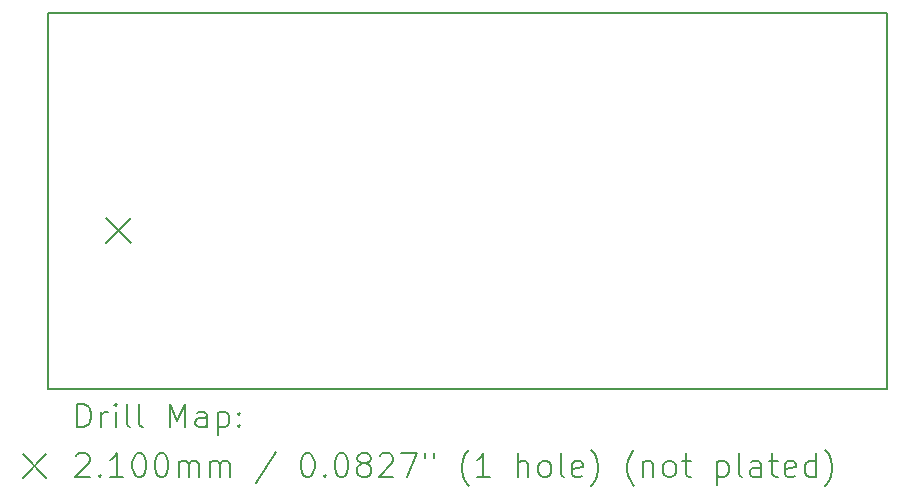
<source format=gbr>
%TF.GenerationSoftware,KiCad,Pcbnew,8.0.4*%
%TF.CreationDate,2024-08-20T08:37:01-04:00*%
%TF.ProjectId,proj2,70726f6a-322e-46b6-9963-61645f706362,rev?*%
%TF.SameCoordinates,Original*%
%TF.FileFunction,Drillmap*%
%TF.FilePolarity,Positive*%
%FSLAX45Y45*%
G04 Gerber Fmt 4.5, Leading zero omitted, Abs format (unit mm)*
G04 Created by KiCad (PCBNEW 8.0.4) date 2024-08-20 08:37:01*
%MOMM*%
%LPD*%
G01*
G04 APERTURE LIST*
%ADD10C,0.200000*%
%ADD11C,0.210000*%
G04 APERTURE END LIST*
D10*
X12005000Y-8472500D02*
X19109000Y-8472500D01*
X19109000Y-11661500D01*
X12005000Y-11661500D01*
X12005000Y-8472500D01*
D11*
X12497000Y-10210500D02*
X12707000Y-10420500D01*
X12707000Y-10210500D02*
X12497000Y-10420500D01*
D10*
X12255777Y-11982984D02*
X12255777Y-11782984D01*
X12255777Y-11782984D02*
X12303396Y-11782984D01*
X12303396Y-11782984D02*
X12331967Y-11792508D01*
X12331967Y-11792508D02*
X12351015Y-11811555D01*
X12351015Y-11811555D02*
X12360539Y-11830603D01*
X12360539Y-11830603D02*
X12370062Y-11868698D01*
X12370062Y-11868698D02*
X12370062Y-11897269D01*
X12370062Y-11897269D02*
X12360539Y-11935365D01*
X12360539Y-11935365D02*
X12351015Y-11954412D01*
X12351015Y-11954412D02*
X12331967Y-11973460D01*
X12331967Y-11973460D02*
X12303396Y-11982984D01*
X12303396Y-11982984D02*
X12255777Y-11982984D01*
X12455777Y-11982984D02*
X12455777Y-11849650D01*
X12455777Y-11887746D02*
X12465301Y-11868698D01*
X12465301Y-11868698D02*
X12474824Y-11859174D01*
X12474824Y-11859174D02*
X12493872Y-11849650D01*
X12493872Y-11849650D02*
X12512920Y-11849650D01*
X12579586Y-11982984D02*
X12579586Y-11849650D01*
X12579586Y-11782984D02*
X12570062Y-11792508D01*
X12570062Y-11792508D02*
X12579586Y-11802031D01*
X12579586Y-11802031D02*
X12589110Y-11792508D01*
X12589110Y-11792508D02*
X12579586Y-11782984D01*
X12579586Y-11782984D02*
X12579586Y-11802031D01*
X12703396Y-11982984D02*
X12684348Y-11973460D01*
X12684348Y-11973460D02*
X12674824Y-11954412D01*
X12674824Y-11954412D02*
X12674824Y-11782984D01*
X12808158Y-11982984D02*
X12789110Y-11973460D01*
X12789110Y-11973460D02*
X12779586Y-11954412D01*
X12779586Y-11954412D02*
X12779586Y-11782984D01*
X13036729Y-11982984D02*
X13036729Y-11782984D01*
X13036729Y-11782984D02*
X13103396Y-11925841D01*
X13103396Y-11925841D02*
X13170062Y-11782984D01*
X13170062Y-11782984D02*
X13170062Y-11982984D01*
X13351015Y-11982984D02*
X13351015Y-11878222D01*
X13351015Y-11878222D02*
X13341491Y-11859174D01*
X13341491Y-11859174D02*
X13322443Y-11849650D01*
X13322443Y-11849650D02*
X13284348Y-11849650D01*
X13284348Y-11849650D02*
X13265301Y-11859174D01*
X13351015Y-11973460D02*
X13331967Y-11982984D01*
X13331967Y-11982984D02*
X13284348Y-11982984D01*
X13284348Y-11982984D02*
X13265301Y-11973460D01*
X13265301Y-11973460D02*
X13255777Y-11954412D01*
X13255777Y-11954412D02*
X13255777Y-11935365D01*
X13255777Y-11935365D02*
X13265301Y-11916317D01*
X13265301Y-11916317D02*
X13284348Y-11906793D01*
X13284348Y-11906793D02*
X13331967Y-11906793D01*
X13331967Y-11906793D02*
X13351015Y-11897269D01*
X13446253Y-11849650D02*
X13446253Y-12049650D01*
X13446253Y-11859174D02*
X13465301Y-11849650D01*
X13465301Y-11849650D02*
X13503396Y-11849650D01*
X13503396Y-11849650D02*
X13522443Y-11859174D01*
X13522443Y-11859174D02*
X13531967Y-11868698D01*
X13531967Y-11868698D02*
X13541491Y-11887746D01*
X13541491Y-11887746D02*
X13541491Y-11944888D01*
X13541491Y-11944888D02*
X13531967Y-11963936D01*
X13531967Y-11963936D02*
X13522443Y-11973460D01*
X13522443Y-11973460D02*
X13503396Y-11982984D01*
X13503396Y-11982984D02*
X13465301Y-11982984D01*
X13465301Y-11982984D02*
X13446253Y-11973460D01*
X13627205Y-11963936D02*
X13636729Y-11973460D01*
X13636729Y-11973460D02*
X13627205Y-11982984D01*
X13627205Y-11982984D02*
X13617682Y-11973460D01*
X13617682Y-11973460D02*
X13627205Y-11963936D01*
X13627205Y-11963936D02*
X13627205Y-11982984D01*
X13627205Y-11859174D02*
X13636729Y-11868698D01*
X13636729Y-11868698D02*
X13627205Y-11878222D01*
X13627205Y-11878222D02*
X13617682Y-11868698D01*
X13617682Y-11868698D02*
X13627205Y-11859174D01*
X13627205Y-11859174D02*
X13627205Y-11878222D01*
X11795000Y-12211500D02*
X11995000Y-12411500D01*
X11995000Y-12211500D02*
X11795000Y-12411500D01*
X12246253Y-12222031D02*
X12255777Y-12212508D01*
X12255777Y-12212508D02*
X12274824Y-12202984D01*
X12274824Y-12202984D02*
X12322443Y-12202984D01*
X12322443Y-12202984D02*
X12341491Y-12212508D01*
X12341491Y-12212508D02*
X12351015Y-12222031D01*
X12351015Y-12222031D02*
X12360539Y-12241079D01*
X12360539Y-12241079D02*
X12360539Y-12260127D01*
X12360539Y-12260127D02*
X12351015Y-12288698D01*
X12351015Y-12288698D02*
X12236729Y-12402984D01*
X12236729Y-12402984D02*
X12360539Y-12402984D01*
X12446253Y-12383936D02*
X12455777Y-12393460D01*
X12455777Y-12393460D02*
X12446253Y-12402984D01*
X12446253Y-12402984D02*
X12436729Y-12393460D01*
X12436729Y-12393460D02*
X12446253Y-12383936D01*
X12446253Y-12383936D02*
X12446253Y-12402984D01*
X12646253Y-12402984D02*
X12531967Y-12402984D01*
X12589110Y-12402984D02*
X12589110Y-12202984D01*
X12589110Y-12202984D02*
X12570062Y-12231555D01*
X12570062Y-12231555D02*
X12551015Y-12250603D01*
X12551015Y-12250603D02*
X12531967Y-12260127D01*
X12770062Y-12202984D02*
X12789110Y-12202984D01*
X12789110Y-12202984D02*
X12808158Y-12212508D01*
X12808158Y-12212508D02*
X12817682Y-12222031D01*
X12817682Y-12222031D02*
X12827205Y-12241079D01*
X12827205Y-12241079D02*
X12836729Y-12279174D01*
X12836729Y-12279174D02*
X12836729Y-12326793D01*
X12836729Y-12326793D02*
X12827205Y-12364888D01*
X12827205Y-12364888D02*
X12817682Y-12383936D01*
X12817682Y-12383936D02*
X12808158Y-12393460D01*
X12808158Y-12393460D02*
X12789110Y-12402984D01*
X12789110Y-12402984D02*
X12770062Y-12402984D01*
X12770062Y-12402984D02*
X12751015Y-12393460D01*
X12751015Y-12393460D02*
X12741491Y-12383936D01*
X12741491Y-12383936D02*
X12731967Y-12364888D01*
X12731967Y-12364888D02*
X12722443Y-12326793D01*
X12722443Y-12326793D02*
X12722443Y-12279174D01*
X12722443Y-12279174D02*
X12731967Y-12241079D01*
X12731967Y-12241079D02*
X12741491Y-12222031D01*
X12741491Y-12222031D02*
X12751015Y-12212508D01*
X12751015Y-12212508D02*
X12770062Y-12202984D01*
X12960539Y-12202984D02*
X12979586Y-12202984D01*
X12979586Y-12202984D02*
X12998634Y-12212508D01*
X12998634Y-12212508D02*
X13008158Y-12222031D01*
X13008158Y-12222031D02*
X13017682Y-12241079D01*
X13017682Y-12241079D02*
X13027205Y-12279174D01*
X13027205Y-12279174D02*
X13027205Y-12326793D01*
X13027205Y-12326793D02*
X13017682Y-12364888D01*
X13017682Y-12364888D02*
X13008158Y-12383936D01*
X13008158Y-12383936D02*
X12998634Y-12393460D01*
X12998634Y-12393460D02*
X12979586Y-12402984D01*
X12979586Y-12402984D02*
X12960539Y-12402984D01*
X12960539Y-12402984D02*
X12941491Y-12393460D01*
X12941491Y-12393460D02*
X12931967Y-12383936D01*
X12931967Y-12383936D02*
X12922443Y-12364888D01*
X12922443Y-12364888D02*
X12912920Y-12326793D01*
X12912920Y-12326793D02*
X12912920Y-12279174D01*
X12912920Y-12279174D02*
X12922443Y-12241079D01*
X12922443Y-12241079D02*
X12931967Y-12222031D01*
X12931967Y-12222031D02*
X12941491Y-12212508D01*
X12941491Y-12212508D02*
X12960539Y-12202984D01*
X13112920Y-12402984D02*
X13112920Y-12269650D01*
X13112920Y-12288698D02*
X13122443Y-12279174D01*
X13122443Y-12279174D02*
X13141491Y-12269650D01*
X13141491Y-12269650D02*
X13170063Y-12269650D01*
X13170063Y-12269650D02*
X13189110Y-12279174D01*
X13189110Y-12279174D02*
X13198634Y-12298222D01*
X13198634Y-12298222D02*
X13198634Y-12402984D01*
X13198634Y-12298222D02*
X13208158Y-12279174D01*
X13208158Y-12279174D02*
X13227205Y-12269650D01*
X13227205Y-12269650D02*
X13255777Y-12269650D01*
X13255777Y-12269650D02*
X13274824Y-12279174D01*
X13274824Y-12279174D02*
X13284348Y-12298222D01*
X13284348Y-12298222D02*
X13284348Y-12402984D01*
X13379586Y-12402984D02*
X13379586Y-12269650D01*
X13379586Y-12288698D02*
X13389110Y-12279174D01*
X13389110Y-12279174D02*
X13408158Y-12269650D01*
X13408158Y-12269650D02*
X13436729Y-12269650D01*
X13436729Y-12269650D02*
X13455777Y-12279174D01*
X13455777Y-12279174D02*
X13465301Y-12298222D01*
X13465301Y-12298222D02*
X13465301Y-12402984D01*
X13465301Y-12298222D02*
X13474824Y-12279174D01*
X13474824Y-12279174D02*
X13493872Y-12269650D01*
X13493872Y-12269650D02*
X13522443Y-12269650D01*
X13522443Y-12269650D02*
X13541491Y-12279174D01*
X13541491Y-12279174D02*
X13551015Y-12298222D01*
X13551015Y-12298222D02*
X13551015Y-12402984D01*
X13941491Y-12193460D02*
X13770063Y-12450603D01*
X14198634Y-12202984D02*
X14217682Y-12202984D01*
X14217682Y-12202984D02*
X14236729Y-12212508D01*
X14236729Y-12212508D02*
X14246253Y-12222031D01*
X14246253Y-12222031D02*
X14255777Y-12241079D01*
X14255777Y-12241079D02*
X14265301Y-12279174D01*
X14265301Y-12279174D02*
X14265301Y-12326793D01*
X14265301Y-12326793D02*
X14255777Y-12364888D01*
X14255777Y-12364888D02*
X14246253Y-12383936D01*
X14246253Y-12383936D02*
X14236729Y-12393460D01*
X14236729Y-12393460D02*
X14217682Y-12402984D01*
X14217682Y-12402984D02*
X14198634Y-12402984D01*
X14198634Y-12402984D02*
X14179586Y-12393460D01*
X14179586Y-12393460D02*
X14170063Y-12383936D01*
X14170063Y-12383936D02*
X14160539Y-12364888D01*
X14160539Y-12364888D02*
X14151015Y-12326793D01*
X14151015Y-12326793D02*
X14151015Y-12279174D01*
X14151015Y-12279174D02*
X14160539Y-12241079D01*
X14160539Y-12241079D02*
X14170063Y-12222031D01*
X14170063Y-12222031D02*
X14179586Y-12212508D01*
X14179586Y-12212508D02*
X14198634Y-12202984D01*
X14351015Y-12383936D02*
X14360539Y-12393460D01*
X14360539Y-12393460D02*
X14351015Y-12402984D01*
X14351015Y-12402984D02*
X14341491Y-12393460D01*
X14341491Y-12393460D02*
X14351015Y-12383936D01*
X14351015Y-12383936D02*
X14351015Y-12402984D01*
X14484348Y-12202984D02*
X14503396Y-12202984D01*
X14503396Y-12202984D02*
X14522444Y-12212508D01*
X14522444Y-12212508D02*
X14531967Y-12222031D01*
X14531967Y-12222031D02*
X14541491Y-12241079D01*
X14541491Y-12241079D02*
X14551015Y-12279174D01*
X14551015Y-12279174D02*
X14551015Y-12326793D01*
X14551015Y-12326793D02*
X14541491Y-12364888D01*
X14541491Y-12364888D02*
X14531967Y-12383936D01*
X14531967Y-12383936D02*
X14522444Y-12393460D01*
X14522444Y-12393460D02*
X14503396Y-12402984D01*
X14503396Y-12402984D02*
X14484348Y-12402984D01*
X14484348Y-12402984D02*
X14465301Y-12393460D01*
X14465301Y-12393460D02*
X14455777Y-12383936D01*
X14455777Y-12383936D02*
X14446253Y-12364888D01*
X14446253Y-12364888D02*
X14436729Y-12326793D01*
X14436729Y-12326793D02*
X14436729Y-12279174D01*
X14436729Y-12279174D02*
X14446253Y-12241079D01*
X14446253Y-12241079D02*
X14455777Y-12222031D01*
X14455777Y-12222031D02*
X14465301Y-12212508D01*
X14465301Y-12212508D02*
X14484348Y-12202984D01*
X14665301Y-12288698D02*
X14646253Y-12279174D01*
X14646253Y-12279174D02*
X14636729Y-12269650D01*
X14636729Y-12269650D02*
X14627206Y-12250603D01*
X14627206Y-12250603D02*
X14627206Y-12241079D01*
X14627206Y-12241079D02*
X14636729Y-12222031D01*
X14636729Y-12222031D02*
X14646253Y-12212508D01*
X14646253Y-12212508D02*
X14665301Y-12202984D01*
X14665301Y-12202984D02*
X14703396Y-12202984D01*
X14703396Y-12202984D02*
X14722444Y-12212508D01*
X14722444Y-12212508D02*
X14731967Y-12222031D01*
X14731967Y-12222031D02*
X14741491Y-12241079D01*
X14741491Y-12241079D02*
X14741491Y-12250603D01*
X14741491Y-12250603D02*
X14731967Y-12269650D01*
X14731967Y-12269650D02*
X14722444Y-12279174D01*
X14722444Y-12279174D02*
X14703396Y-12288698D01*
X14703396Y-12288698D02*
X14665301Y-12288698D01*
X14665301Y-12288698D02*
X14646253Y-12298222D01*
X14646253Y-12298222D02*
X14636729Y-12307746D01*
X14636729Y-12307746D02*
X14627206Y-12326793D01*
X14627206Y-12326793D02*
X14627206Y-12364888D01*
X14627206Y-12364888D02*
X14636729Y-12383936D01*
X14636729Y-12383936D02*
X14646253Y-12393460D01*
X14646253Y-12393460D02*
X14665301Y-12402984D01*
X14665301Y-12402984D02*
X14703396Y-12402984D01*
X14703396Y-12402984D02*
X14722444Y-12393460D01*
X14722444Y-12393460D02*
X14731967Y-12383936D01*
X14731967Y-12383936D02*
X14741491Y-12364888D01*
X14741491Y-12364888D02*
X14741491Y-12326793D01*
X14741491Y-12326793D02*
X14731967Y-12307746D01*
X14731967Y-12307746D02*
X14722444Y-12298222D01*
X14722444Y-12298222D02*
X14703396Y-12288698D01*
X14817682Y-12222031D02*
X14827206Y-12212508D01*
X14827206Y-12212508D02*
X14846253Y-12202984D01*
X14846253Y-12202984D02*
X14893872Y-12202984D01*
X14893872Y-12202984D02*
X14912920Y-12212508D01*
X14912920Y-12212508D02*
X14922444Y-12222031D01*
X14922444Y-12222031D02*
X14931967Y-12241079D01*
X14931967Y-12241079D02*
X14931967Y-12260127D01*
X14931967Y-12260127D02*
X14922444Y-12288698D01*
X14922444Y-12288698D02*
X14808158Y-12402984D01*
X14808158Y-12402984D02*
X14931967Y-12402984D01*
X14998634Y-12202984D02*
X15131967Y-12202984D01*
X15131967Y-12202984D02*
X15046253Y-12402984D01*
X15198634Y-12202984D02*
X15198634Y-12241079D01*
X15274825Y-12202984D02*
X15274825Y-12241079D01*
X15570063Y-12479174D02*
X15560539Y-12469650D01*
X15560539Y-12469650D02*
X15541491Y-12441079D01*
X15541491Y-12441079D02*
X15531968Y-12422031D01*
X15531968Y-12422031D02*
X15522444Y-12393460D01*
X15522444Y-12393460D02*
X15512920Y-12345841D01*
X15512920Y-12345841D02*
X15512920Y-12307746D01*
X15512920Y-12307746D02*
X15522444Y-12260127D01*
X15522444Y-12260127D02*
X15531968Y-12231555D01*
X15531968Y-12231555D02*
X15541491Y-12212508D01*
X15541491Y-12212508D02*
X15560539Y-12183936D01*
X15560539Y-12183936D02*
X15570063Y-12174412D01*
X15751015Y-12402984D02*
X15636729Y-12402984D01*
X15693872Y-12402984D02*
X15693872Y-12202984D01*
X15693872Y-12202984D02*
X15674825Y-12231555D01*
X15674825Y-12231555D02*
X15655777Y-12250603D01*
X15655777Y-12250603D02*
X15636729Y-12260127D01*
X15989110Y-12402984D02*
X15989110Y-12202984D01*
X16074825Y-12402984D02*
X16074825Y-12298222D01*
X16074825Y-12298222D02*
X16065301Y-12279174D01*
X16065301Y-12279174D02*
X16046253Y-12269650D01*
X16046253Y-12269650D02*
X16017682Y-12269650D01*
X16017682Y-12269650D02*
X15998634Y-12279174D01*
X15998634Y-12279174D02*
X15989110Y-12288698D01*
X16198634Y-12402984D02*
X16179587Y-12393460D01*
X16179587Y-12393460D02*
X16170063Y-12383936D01*
X16170063Y-12383936D02*
X16160539Y-12364888D01*
X16160539Y-12364888D02*
X16160539Y-12307746D01*
X16160539Y-12307746D02*
X16170063Y-12288698D01*
X16170063Y-12288698D02*
X16179587Y-12279174D01*
X16179587Y-12279174D02*
X16198634Y-12269650D01*
X16198634Y-12269650D02*
X16227206Y-12269650D01*
X16227206Y-12269650D02*
X16246253Y-12279174D01*
X16246253Y-12279174D02*
X16255777Y-12288698D01*
X16255777Y-12288698D02*
X16265301Y-12307746D01*
X16265301Y-12307746D02*
X16265301Y-12364888D01*
X16265301Y-12364888D02*
X16255777Y-12383936D01*
X16255777Y-12383936D02*
X16246253Y-12393460D01*
X16246253Y-12393460D02*
X16227206Y-12402984D01*
X16227206Y-12402984D02*
X16198634Y-12402984D01*
X16379587Y-12402984D02*
X16360539Y-12393460D01*
X16360539Y-12393460D02*
X16351015Y-12374412D01*
X16351015Y-12374412D02*
X16351015Y-12202984D01*
X16531968Y-12393460D02*
X16512920Y-12402984D01*
X16512920Y-12402984D02*
X16474825Y-12402984D01*
X16474825Y-12402984D02*
X16455777Y-12393460D01*
X16455777Y-12393460D02*
X16446253Y-12374412D01*
X16446253Y-12374412D02*
X16446253Y-12298222D01*
X16446253Y-12298222D02*
X16455777Y-12279174D01*
X16455777Y-12279174D02*
X16474825Y-12269650D01*
X16474825Y-12269650D02*
X16512920Y-12269650D01*
X16512920Y-12269650D02*
X16531968Y-12279174D01*
X16531968Y-12279174D02*
X16541491Y-12298222D01*
X16541491Y-12298222D02*
X16541491Y-12317269D01*
X16541491Y-12317269D02*
X16446253Y-12336317D01*
X16608158Y-12479174D02*
X16617682Y-12469650D01*
X16617682Y-12469650D02*
X16636730Y-12441079D01*
X16636730Y-12441079D02*
X16646253Y-12422031D01*
X16646253Y-12422031D02*
X16655777Y-12393460D01*
X16655777Y-12393460D02*
X16665301Y-12345841D01*
X16665301Y-12345841D02*
X16665301Y-12307746D01*
X16665301Y-12307746D02*
X16655777Y-12260127D01*
X16655777Y-12260127D02*
X16646253Y-12231555D01*
X16646253Y-12231555D02*
X16636730Y-12212508D01*
X16636730Y-12212508D02*
X16617682Y-12183936D01*
X16617682Y-12183936D02*
X16608158Y-12174412D01*
X16970063Y-12479174D02*
X16960539Y-12469650D01*
X16960539Y-12469650D02*
X16941492Y-12441079D01*
X16941492Y-12441079D02*
X16931968Y-12422031D01*
X16931968Y-12422031D02*
X16922444Y-12393460D01*
X16922444Y-12393460D02*
X16912920Y-12345841D01*
X16912920Y-12345841D02*
X16912920Y-12307746D01*
X16912920Y-12307746D02*
X16922444Y-12260127D01*
X16922444Y-12260127D02*
X16931968Y-12231555D01*
X16931968Y-12231555D02*
X16941492Y-12212508D01*
X16941492Y-12212508D02*
X16960539Y-12183936D01*
X16960539Y-12183936D02*
X16970063Y-12174412D01*
X17046253Y-12269650D02*
X17046253Y-12402984D01*
X17046253Y-12288698D02*
X17055777Y-12279174D01*
X17055777Y-12279174D02*
X17074825Y-12269650D01*
X17074825Y-12269650D02*
X17103396Y-12269650D01*
X17103396Y-12269650D02*
X17122444Y-12279174D01*
X17122444Y-12279174D02*
X17131968Y-12298222D01*
X17131968Y-12298222D02*
X17131968Y-12402984D01*
X17255777Y-12402984D02*
X17236730Y-12393460D01*
X17236730Y-12393460D02*
X17227206Y-12383936D01*
X17227206Y-12383936D02*
X17217682Y-12364888D01*
X17217682Y-12364888D02*
X17217682Y-12307746D01*
X17217682Y-12307746D02*
X17227206Y-12288698D01*
X17227206Y-12288698D02*
X17236730Y-12279174D01*
X17236730Y-12279174D02*
X17255777Y-12269650D01*
X17255777Y-12269650D02*
X17284349Y-12269650D01*
X17284349Y-12269650D02*
X17303396Y-12279174D01*
X17303396Y-12279174D02*
X17312920Y-12288698D01*
X17312920Y-12288698D02*
X17322444Y-12307746D01*
X17322444Y-12307746D02*
X17322444Y-12364888D01*
X17322444Y-12364888D02*
X17312920Y-12383936D01*
X17312920Y-12383936D02*
X17303396Y-12393460D01*
X17303396Y-12393460D02*
X17284349Y-12402984D01*
X17284349Y-12402984D02*
X17255777Y-12402984D01*
X17379587Y-12269650D02*
X17455777Y-12269650D01*
X17408158Y-12202984D02*
X17408158Y-12374412D01*
X17408158Y-12374412D02*
X17417682Y-12393460D01*
X17417682Y-12393460D02*
X17436730Y-12402984D01*
X17436730Y-12402984D02*
X17455777Y-12402984D01*
X17674825Y-12269650D02*
X17674825Y-12469650D01*
X17674825Y-12279174D02*
X17693873Y-12269650D01*
X17693873Y-12269650D02*
X17731968Y-12269650D01*
X17731968Y-12269650D02*
X17751015Y-12279174D01*
X17751015Y-12279174D02*
X17760539Y-12288698D01*
X17760539Y-12288698D02*
X17770063Y-12307746D01*
X17770063Y-12307746D02*
X17770063Y-12364888D01*
X17770063Y-12364888D02*
X17760539Y-12383936D01*
X17760539Y-12383936D02*
X17751015Y-12393460D01*
X17751015Y-12393460D02*
X17731968Y-12402984D01*
X17731968Y-12402984D02*
X17693873Y-12402984D01*
X17693873Y-12402984D02*
X17674825Y-12393460D01*
X17884349Y-12402984D02*
X17865301Y-12393460D01*
X17865301Y-12393460D02*
X17855777Y-12374412D01*
X17855777Y-12374412D02*
X17855777Y-12202984D01*
X18046254Y-12402984D02*
X18046254Y-12298222D01*
X18046254Y-12298222D02*
X18036730Y-12279174D01*
X18036730Y-12279174D02*
X18017682Y-12269650D01*
X18017682Y-12269650D02*
X17979587Y-12269650D01*
X17979587Y-12269650D02*
X17960539Y-12279174D01*
X18046254Y-12393460D02*
X18027206Y-12402984D01*
X18027206Y-12402984D02*
X17979587Y-12402984D01*
X17979587Y-12402984D02*
X17960539Y-12393460D01*
X17960539Y-12393460D02*
X17951015Y-12374412D01*
X17951015Y-12374412D02*
X17951015Y-12355365D01*
X17951015Y-12355365D02*
X17960539Y-12336317D01*
X17960539Y-12336317D02*
X17979587Y-12326793D01*
X17979587Y-12326793D02*
X18027206Y-12326793D01*
X18027206Y-12326793D02*
X18046254Y-12317269D01*
X18112920Y-12269650D02*
X18189111Y-12269650D01*
X18141492Y-12202984D02*
X18141492Y-12374412D01*
X18141492Y-12374412D02*
X18151015Y-12393460D01*
X18151015Y-12393460D02*
X18170063Y-12402984D01*
X18170063Y-12402984D02*
X18189111Y-12402984D01*
X18331968Y-12393460D02*
X18312920Y-12402984D01*
X18312920Y-12402984D02*
X18274825Y-12402984D01*
X18274825Y-12402984D02*
X18255777Y-12393460D01*
X18255777Y-12393460D02*
X18246254Y-12374412D01*
X18246254Y-12374412D02*
X18246254Y-12298222D01*
X18246254Y-12298222D02*
X18255777Y-12279174D01*
X18255777Y-12279174D02*
X18274825Y-12269650D01*
X18274825Y-12269650D02*
X18312920Y-12269650D01*
X18312920Y-12269650D02*
X18331968Y-12279174D01*
X18331968Y-12279174D02*
X18341492Y-12298222D01*
X18341492Y-12298222D02*
X18341492Y-12317269D01*
X18341492Y-12317269D02*
X18246254Y-12336317D01*
X18512920Y-12402984D02*
X18512920Y-12202984D01*
X18512920Y-12393460D02*
X18493873Y-12402984D01*
X18493873Y-12402984D02*
X18455777Y-12402984D01*
X18455777Y-12402984D02*
X18436730Y-12393460D01*
X18436730Y-12393460D02*
X18427206Y-12383936D01*
X18427206Y-12383936D02*
X18417682Y-12364888D01*
X18417682Y-12364888D02*
X18417682Y-12307746D01*
X18417682Y-12307746D02*
X18427206Y-12288698D01*
X18427206Y-12288698D02*
X18436730Y-12279174D01*
X18436730Y-12279174D02*
X18455777Y-12269650D01*
X18455777Y-12269650D02*
X18493873Y-12269650D01*
X18493873Y-12269650D02*
X18512920Y-12279174D01*
X18589111Y-12479174D02*
X18598635Y-12469650D01*
X18598635Y-12469650D02*
X18617682Y-12441079D01*
X18617682Y-12441079D02*
X18627206Y-12422031D01*
X18627206Y-12422031D02*
X18636730Y-12393460D01*
X18636730Y-12393460D02*
X18646254Y-12345841D01*
X18646254Y-12345841D02*
X18646254Y-12307746D01*
X18646254Y-12307746D02*
X18636730Y-12260127D01*
X18636730Y-12260127D02*
X18627206Y-12231555D01*
X18627206Y-12231555D02*
X18617682Y-12212508D01*
X18617682Y-12212508D02*
X18598635Y-12183936D01*
X18598635Y-12183936D02*
X18589111Y-12174412D01*
M02*

</source>
